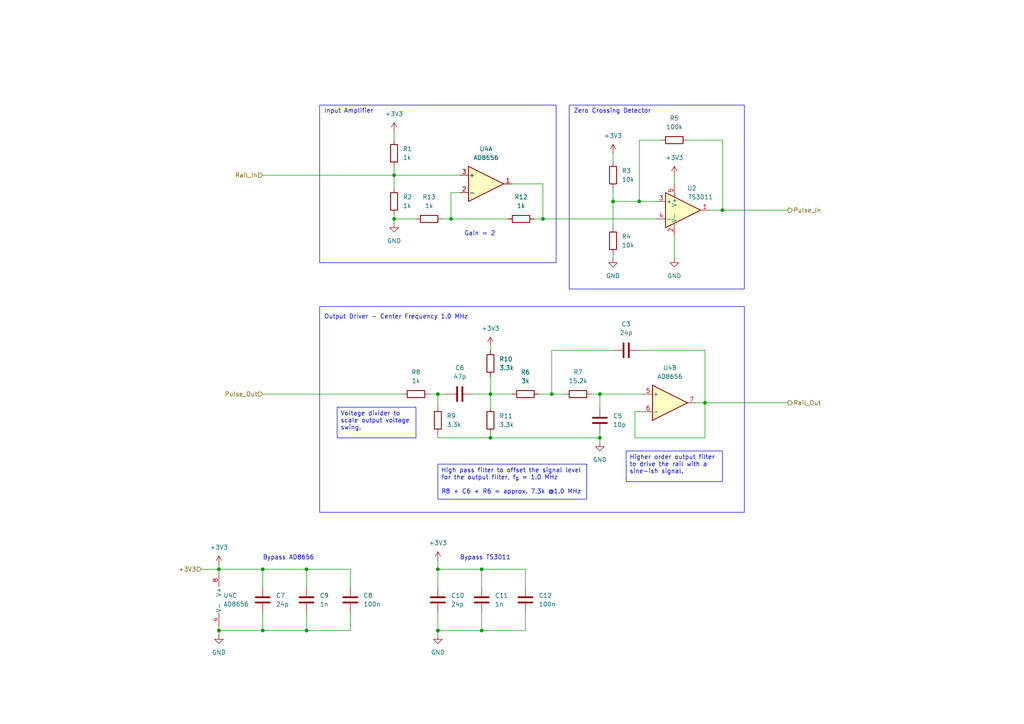
<source format=kicad_sch>
(kicad_sch (version 20230121) (generator eeschema)
  (paper "A4")
  (title_block (title "Front End") (rev "A") (company "Sebastian Oberschwendtner") (comment 1 "OTP-24 oTrain Control - Rail Transceiver") (comment 2 "www.github.com/SebastianOberschwendtner/OTP24-oTrainControl"))
  (lib_symbols
    (symbol "Amplifier_Operational:AD8656" (pin_names (offset 0.127))
      (property "Reference" "U" (at 0 5.08 0))
      (property "Value" "AD8656" (at 0 -5.08 0))
      (symbol "AD8656_1_1"
        (polyline (pts (xy -5.08 5.08) (xy 5.08 0) (xy -5.08 -5.08) (xy -5.08 5.08)) (stroke (width 0.254)) (fill (type background)))
        (pin output line (at 7.62 0 180) (length 2.54) (name "~") (number "1"))
        (pin input line (at -7.62 -2.54 0) (length 2.54) (name "-") (number "2"))
        (pin input line (at -7.62 2.54 0) (length 2.54) (name "+") (number "3"))
      )
      (symbol "AD8656_2_1"
        (polyline (pts (xy -5.08 5.08) (xy 5.08 0) (xy -5.08 -5.08) (xy -5.08 5.08)) (stroke (width 0.254)) (fill (type background)))
        (pin input line (at -7.62 2.54 0) (length 2.54) (name "+") (number "5"))
        (pin input line (at -7.62 -2.54 0) (length 2.54) (name "-") (number "6"))
        (pin output line (at 7.62 0 180) (length 2.54) (name "~") (number "7"))
      )
      (symbol "AD8656_3_1"
        (pin power_in line (at -2.54 -7.62 90) (length 3.81) (name "V-") (number "4"))
        (pin power_in line (at -2.54 7.62 270) (length 3.81) (name "V+") (number "8"))
      )
    )
    (symbol "Device:C" (pin_numbers hide) (pin_names (offset 0.254))
      (property "Reference" "C" (at 0.635 2.54 0))
      (property "Value" "C" (at 0.635 -2.54 0))
      (symbol "C_0_1"
        (polyline (pts (xy -2.032 -0.762) (xy 2.032 -0.762)) (stroke (width 0.508)))
        (polyline (pts (xy -2.032 0.762) (xy 2.032 0.762)) (stroke (width 0.508)))
      )
      (symbol "C_1_1"
        (pin passive line (at 0 3.81 270) (length 2.794) (name "~") (number "1"))
        (pin passive line (at 0 -3.81 90) (length 2.794) (name "~") (number "2"))
      )
    )
    (symbol "Device:R" (pin_numbers hide) (pin_names (offset 0))
      (property "Reference" "R" (at 2.032 0 90))
      (property "Value" "R" (at 0 0 90))
      (symbol "R_0_1"
        (rectangle (start -1.016 -2.54) (end 1.016 2.54) (stroke (width 0.254)))
      )
      (symbol "R_1_1"
        (pin passive line (at 0 3.81 270) (length 1.27) (name "~") (number "1"))
        (pin passive line (at 0 -3.81 90) (length 1.27) (name "~") (number "2"))
      )
    )
    (symbol "power:+3V3" (power) (pin_names (offset 0))
      (property "Value" "+3V3" (at 0 3.556 0))
      (symbol "+3V3_0_1"
        (polyline (pts (xy -0.762 1.27) (xy 0 2.54)))
        (polyline (pts (xy 0 0) (xy 0 2.54)))
        (polyline (pts (xy 0 2.54) (xy 0.762 1.27)))
      )
      (symbol "+3V3_1_1"
        (pin power_in line (at 0 0 90) (length 0) hide (name "+3V3") (number "1"))
      )
    )
    (symbol "power:GND" (power) (pin_names (offset 0))
      (property "Value" "GND" (at 0 -3.81 0))
      (symbol "GND_0_1"
        (polyline (pts (xy 0 0) (xy 0 -1.27) (xy 1.27 -1.27) (xy 0 -2.54) (xy -1.27 -1.27) (xy 0 -1.27)))
      )
      (symbol "GND_1_1"
        (pin power_in line (at 0 0 270) (length 0) hide (name "GND") (number "1"))
      )
    )
    (symbol "rail_transceiver_custom:TS3011" (pin_names (offset 0.127))
      (property "Reference" "U" (at 1.27 5.08 0))
      (property "Value" "TS3011" (at 3.81 -5.08 0))
      (symbol "TS3011_0_1"
        (polyline (pts (xy -5.08 5.08) (xy 5.08 0) (xy -5.08 -5.08) (xy -5.08 5.08)) (stroke (width 0.254)) (fill (type background)))
      )
      (symbol "TS3011_1_1"
        (pin output line (at 7.62 0 180) (length 2.54) (name "~") (number "1"))
        (pin power_in line (at -2.54 -7.62 90) (length 3.81) (name "V-") (number "2"))
        (pin input line (at -7.62 2.54 0) (length 2.54) (name "+") (number "3"))
        (pin input line (at -7.62 -2.54 0) (length 2.54) (name "-") (number "4"))
        (pin power_in line (at -2.54 7.62 270) (length 3.81) (name "V+") (number "5"))
      )
    )
  )
  (junction (at 88.9 182.88))
  (junction (at 114.3 50.8))
  (junction (at 209.55 60.96))
  (junction (at 127 165.1))
  (junction (at 127 182.88))
  (junction (at 130.81 63.5))
  (junction (at 127 114.3))
  (junction (at 142.24 114.3))
  (junction (at 177.8 58.42))
  (junction (at 76.2 165.1))
  (junction (at 139.7 165.1))
  (junction (at 173.99 114.3))
  (junction (at 114.3 63.5))
  (junction (at 88.9 165.1))
  (junction (at 63.5 165.1))
  (junction (at 76.2 182.88))
  (junction (at 139.7 182.88))
  (junction (at 185.42 58.42))
  (junction (at 160.02 114.3))
  (junction (at 173.99 127))
  (junction (at 157.48 63.5))
  (junction (at 204.47 116.84))
  (junction (at 142.24 127))
  (junction (at 63.5 182.88))
  (wire (pts (xy 130.81 63.5) (xy 147.32 63.5)))
  (wire (pts (xy 58.42 165.1) (xy 63.5 165.1)))
  (wire (pts (xy 185.42 40.64) (xy 185.42 58.42)))
  (wire (pts (xy 209.55 40.64) (xy 209.55 60.96)))
  (wire (pts (xy 114.3 63.5) (xy 114.3 64.77)))
  (wire (pts (xy 152.4 170.18) (xy 152.4 165.1)))
  (wire (pts (xy 63.5 165.1) (xy 63.5 166.37)))
  (wire (pts (xy 127 177.8) (xy 127 182.88)))
  (wire (pts (xy 186.69 119.38) (xy 184.15 119.38)))
  (wire (pts (xy 157.48 63.5) (xy 190.5 63.5)))
  (wire (pts (xy 137.16 114.3) (xy 142.24 114.3)))
  (wire (pts (xy 142.24 125.73) (xy 142.24 127)))
  (wire (pts (xy 76.2 165.1) (xy 88.9 165.1)))
  (wire (pts (xy 76.2 177.8) (xy 76.2 182.88)))
  (wire (pts (xy 76.2 114.3) (xy 116.84 114.3)))
  (wire (pts (xy 130.81 55.88) (xy 133.35 55.88)))
  (wire (pts (xy 156.21 114.3) (xy 160.02 114.3)))
  (wire (pts (xy 185.42 40.64) (xy 191.77 40.64)))
  (wire (pts (xy 128.27 63.5) (xy 130.81 63.5)))
  (wire (pts (xy 76.2 165.1) (xy 63.5 165.1)))
  (wire (pts (xy 184.15 119.38) (xy 184.15 127)))
  (wire (pts (xy 139.7 165.1) (xy 139.7 170.18)))
  (wire (pts (xy 209.55 60.96) (xy 228.6 60.96)))
  (wire (pts (xy 76.2 182.88) (xy 88.9 182.88)))
  (wire (pts (xy 142.24 114.3) (xy 142.24 118.11)))
  (wire (pts (xy 177.8 58.42) (xy 185.42 58.42)))
  (wire (pts (xy 63.5 163.83) (xy 63.5 165.1)))
  (wire (pts (xy 114.3 63.5) (xy 120.65 63.5)))
  (wire (pts (xy 76.2 50.8) (xy 114.3 50.8)))
  (wire (pts (xy 195.58 50.8) (xy 195.58 53.34)))
  (wire (pts (xy 152.4 165.1) (xy 139.7 165.1)))
  (wire (pts (xy 160.02 101.6) (xy 160.02 114.3)))
  (wire (pts (xy 114.3 38.1) (xy 114.3 40.64)))
  (wire (pts (xy 101.6 165.1) (xy 88.9 165.1)))
  (wire (pts (xy 204.47 127) (xy 204.47 116.84)))
  (wire (pts (xy 127 182.88) (xy 127 184.15)))
  (wire (pts (xy 130.81 55.88) (xy 130.81 63.5)))
  (wire (pts (xy 177.8 101.6) (xy 160.02 101.6)))
  (wire (pts (xy 177.8 58.42) (xy 177.8 66.04)))
  (wire (pts (xy 157.48 53.34) (xy 157.48 63.5)))
  (wire (pts (xy 101.6 177.8) (xy 101.6 182.88)))
  (wire (pts (xy 177.8 44.45) (xy 177.8 46.99)))
  (wire (pts (xy 204.47 116.84) (xy 228.6 116.84)))
  (wire (pts (xy 139.7 165.1) (xy 127 165.1)))
  (wire (pts (xy 199.39 40.64) (xy 209.55 40.64)))
  (wire (pts (xy 127 162.56) (xy 127 165.1)))
  (wire (pts (xy 63.5 182.88) (xy 63.5 184.15)))
  (wire (pts (xy 152.4 177.8) (xy 152.4 182.88)))
  (wire (pts (xy 177.8 73.66) (xy 177.8 74.93)))
  (wire (pts (xy 184.15 127) (xy 204.47 127)))
  (wire (pts (xy 204.47 116.84) (xy 201.93 116.84)))
  (wire (pts (xy 154.94 63.5) (xy 157.48 63.5)))
  (wire (pts (xy 171.45 114.3) (xy 173.99 114.3)))
  (wire (pts (xy 139.7 177.8) (xy 139.7 182.88)))
  (wire (pts (xy 88.9 182.88) (xy 101.6 182.88)))
  (wire (pts (xy 142.24 127) (xy 173.99 127)))
  (wire (pts (xy 101.6 170.18) (xy 101.6 165.1)))
  (wire (pts (xy 142.24 100.33) (xy 142.24 101.6)))
  (wire (pts (xy 114.3 48.26) (xy 114.3 50.8)))
  (wire (pts (xy 127 114.3) (xy 129.54 114.3)))
  (wire (pts (xy 173.99 125.73) (xy 173.99 127)))
  (wire (pts (xy 152.4 182.88) (xy 139.7 182.88)))
  (wire (pts (xy 114.3 62.23) (xy 114.3 63.5)))
  (wire (pts (xy 185.42 101.6) (xy 204.47 101.6)))
  (wire (pts (xy 173.99 114.3) (xy 186.69 114.3)))
  (wire (pts (xy 127 165.1) (xy 127 170.18)))
  (wire (pts (xy 76.2 182.88) (xy 63.5 182.88)))
  (wire (pts (xy 205.74 60.96) (xy 209.55 60.96)))
  (wire (pts (xy 139.7 182.88) (xy 127 182.88)))
  (wire (pts (xy 124.46 114.3) (xy 127 114.3)))
  (wire (pts (xy 173.99 114.3) (xy 173.99 118.11)))
  (wire (pts (xy 142.24 114.3) (xy 148.59 114.3)))
  (wire (pts (xy 142.24 109.22) (xy 142.24 114.3)))
  (wire (pts (xy 127 125.73) (xy 127 127)))
  (wire (pts (xy 114.3 50.8) (xy 114.3 54.61)))
  (wire (pts (xy 204.47 101.6) (xy 204.47 116.84)))
  (wire (pts (xy 88.9 165.1) (xy 88.9 170.18)))
  (wire (pts (xy 63.5 181.61) (xy 63.5 182.88)))
  (wire (pts (xy 160.02 114.3) (xy 163.83 114.3)))
  (wire (pts (xy 76.2 170.18) (xy 76.2 165.1)))
  (wire (pts (xy 157.48 53.34) (xy 148.59 53.34)))
  (wire (pts (xy 127 114.3) (xy 127 118.11)))
  (wire (pts (xy 88.9 177.8) (xy 88.9 182.88)))
  (wire (pts (xy 114.3 50.8) (xy 133.35 50.8)))
  (wire (pts (xy 177.8 54.61) (xy 177.8 58.42)))
  (wire (pts (xy 173.99 127) (xy 173.99 128.27)))
  (wire (pts (xy 127 127) (xy 142.24 127)))
  (wire (pts (xy 185.42 58.42) (xy 190.5 58.42)))
  (wire (pts (xy 195.58 68.58) (xy 195.58 74.93)))
  (rectangle (start 92.71 30.48) (end 161.29 76.2))
  (rectangle (start 165.1 30.48) (end 215.9 83.82))
  (rectangle (start 92.71 88.9) (end 215.9 148.59))
  (text_box "High pass filter to offset the signal level for the output filter, f_{g} = 1.0 MHz\n\nR8 + C6 + R6 = approx. 7.3k @1.0 MHz" (at 127 134.62 0) (size 43.18 10.16) (effects (font (size 1.27 1.27)) (justify left top)))
  (text_box "Voltage divider to scale output voltage swing." (at 97.79 118.11 0) (size 22.86 8.89) (effects (font (size 1.27 1.27)) (justify left top)))
  (text_box "Higher order output filter to drive the rail with a sine-ish signal." (at 181.61 130.81 0) (size 27.94 8.89) (effects (font (size 1.27 1.27)) (justify left top)))
  (text "Gain = 2" (at 134.62 68.58 0) (effects (font (size 1.27 1.27)) (justify left bottom)))
  (text "Output Driver - Center Frequency 1.0 MHz" (at 93.98 92.71 0) (effects (font (size 1.27 1.27)) (justify left bottom)))
  (text "Bypass AD8656" (at 76.2 162.56 0) (effects (font (size 1.27 1.27)) (justify left bottom)))
  (text "Bypass TS3011" (at 133.35 162.56 0) (effects (font (size 1.27 1.27)) (justify left bottom)))
  (text "Input Amplifier" (at 93.98 33.02 0) (effects (font (size 1.27 1.27)) (justify left bottom)))
  (text "Zero Crossing Detector" (at 166.37 33.02 0) (effects (font (size 1.27 1.27)) (justify left bottom)))
  (hierarchical_label "Pulse_In" (shape output) (at 228.6 60.96 0))
  (hierarchical_label "Rail_In" (shape input) (at 76.2 50.8 180))
  (hierarchical_label "Rail_Out" (shape output) (at 228.6 116.84 0))
  (hierarchical_label "+3V3" (shape input) (at 58.42 165.1 180))
  (hierarchical_label "Pulse_Out" (shape input) (at 76.2 114.3 180))
  (symbol (lib_id "Device:R") (at 127 121.92 180) (unit 1)
    (property "Reference" "R9" (at 129.54 120.65 0) (effects (justify right)))
    (property "Value" "3.3k" (at 129.54 123.19 0) (effects (justify right)))
    (property "Footprint" "Resistor_SMD:R_0805_2012Metric_Pad1.20x1.40mm_HandSolder" (effects hide))
  )
  (symbol (lib_id "Device:R") (at 167.64 114.3 90) (unit 1)
    (property "Reference" "R7" (at 167.64 107.95 90))
    (property "Value" "15.2k" (at 167.64 110.49 90))
    (property "Footprint" "Resistor_SMD:R_0805_2012Metric_Pad1.20x1.40mm_HandSolder" (effects hide))
  )
  (symbol (lib_id "Device:R") (at 177.8 69.85 0) (unit 1)
    (property "Reference" "R4" (at 180.34 68.58 0) (effects (justify left)))
    (property "Value" "10k" (at 180.34 71.12 0) (effects (justify left)))
    (property "Footprint" "Resistor_SMD:R_0805_2012Metric_Pad1.20x1.40mm_HandSolder" (effects hide))
  )
  (symbol (lib_id "Device:C") (at 139.7 173.99 180) (unit 1)
    (property "Reference" "C11" (at 143.51 172.72 0) (effects (justify right)))
    (property "Value" "1n" (at 143.51 175.26 0) (effects (justify right)))
    (property "Footprint" "Capacitor_SMD:C_0805_2012Metric_Pad1.18x1.45mm_HandSolder" (effects hide))
  )
  (symbol (lib_id "power:+3V3") (at 63.5 163.83 0) (unit 1)
    (property "Reference" "#PWR012" (effects hide))
    (property "Value" "+3V3" (at 63.5 158.75 0))
  )
  (symbol (lib_id "power:GND") (at 114.3 64.77 0) (unit 1)
    (property "Reference" "#PWR017" (effects hide))
    (property "Value" "GND" (at 114.3 69.85 0))
  )
  (symbol (lib_id "Device:R") (at 151.13 63.5 270) (unit 1)
    (property "Reference" "R12" (at 151.13 57.15 90))
    (property "Value" "1k" (at 151.13 59.69 90))
    (property "Footprint" "Resistor_SMD:R_0805_2012Metric_Pad1.20x1.40mm_HandSolder" (effects hide))
  )
  (symbol (lib_id "Device:C") (at 133.35 114.3 270) (unit 1)
    (property "Reference" "C6" (at 133.35 106.68 90))
    (property "Value" "47p" (at 133.35 109.22 90))
    (property "Footprint" "Capacitor_SMD:C_0805_2012Metric_Pad1.18x1.45mm_HandSolder" (effects hide))
  )
  (symbol (lib_id "Device:R") (at 142.24 105.41 180) (unit 1)
    (property "Reference" "R10" (at 144.78 104.14 0) (effects (justify right)))
    (property "Value" "3.3k" (at 144.78 106.68 0) (effects (justify right)))
    (property "Footprint" "Resistor_SMD:R_0805_2012Metric_Pad1.20x1.40mm_HandSolder" (effects hide))
  )
  (symbol (lib_id "Amplifier_Operational:AD8656") (at 194.31 116.84 0) (unit 2)
    (property "Reference" "U4" (at 194.31 106.68 0))
    (property "Value" "AD8656" (at 194.31 109.22 0))
    (property "Footprint" "Package_SO:MSOP-8_3x3mm_P0.65mm" (effects hide))
    (property "Datasheet" "https://www.analog.com/media/en/technical-documentation/data-sheets/ad8655_8656.pdf" (effects hide))
  )
  (symbol (lib_id "Device:R") (at 177.8 50.8 0) (unit 1)
    (property "Reference" "R3" (at 180.34 49.53 0) (effects (justify left)))
    (property "Value" "10k" (at 180.34 52.07 0) (effects (justify left)))
    (property "Footprint" "Resistor_SMD:R_0805_2012Metric_Pad1.20x1.40mm_HandSolder" (effects hide))
  )
  (symbol (lib_id "Device:R") (at 114.3 44.45 0) (unit 1)
    (property "Reference" "R1" (at 116.84 43.18 0) (effects (justify left)))
    (property "Value" "1k" (at 116.84 45.72 0) (effects (justify left)))
    (property "Footprint" "Resistor_SMD:R_0805_2012Metric_Pad1.20x1.40mm_HandSolder" (effects hide))
  )
  (symbol (lib_id "Amplifier_Operational:AD8656") (at 140.97 53.34 0) (unit 1)
    (property "Reference" "U4" (at 140.97 43.18 0))
    (property "Value" "AD8656" (at 140.97 45.72 0))
    (property "Footprint" "Package_SO:MSOP-8_3x3mm_P0.65mm" (effects hide))
    (property "Datasheet" "https://www.analog.com/media/en/technical-documentation/data-sheets/ad8655_8656.pdf" (effects hide))
  )
  (symbol (lib_id "power:GND") (at 63.5 184.15 0) (unit 1)
    (property "Reference" "#PWR011" (effects hide))
    (property "Value" "GND" (at 63.5 189.23 0))
  )
  (symbol (lib_id "Device:C") (at 181.61 101.6 90) (unit 1)
    (property "Reference" "C3" (at 181.61 93.98 90))
    (property "Value" "24p" (at 181.61 96.52 90))
    (property "Footprint" "Capacitor_SMD:C_0805_2012Metric_Pad1.18x1.45mm_HandSolder" (effects hide))
  )
  (symbol (lib_id "Device:R") (at 120.65 114.3 90) (unit 1)
    (property "Reference" "R8" (at 120.65 107.95 90))
    (property "Value" "1k" (at 120.65 110.49 90))
    (property "Footprint" "Resistor_SMD:R_0805_2012Metric_Pad1.20x1.40mm_HandSolder" (effects hide))
  )
  (symbol (lib_id "power:+3V3") (at 114.3 38.1 0) (unit 1)
    (property "Reference" "#PWR016" (effects hide))
    (property "Value" "+3V3" (at 114.3 33.02 0))
  )
  (symbol (lib_id "Device:C") (at 76.2 173.99 180) (unit 1)
    (property "Reference" "C7" (at 80.01 172.72 0) (effects (justify right)))
    (property "Value" "24p" (at 80.01 175.26 0) (effects (justify right)))
    (property "Footprint" "Capacitor_SMD:C_0805_2012Metric_Pad1.18x1.45mm_HandSolder" (effects hide))
  )
  (symbol (lib_id "power:GND") (at 173.99 128.27 0) (unit 1)
    (property "Reference" "#PWR010" (effects hide))
    (property "Value" "GND" (at 173.99 133.35 0))
  )
  (symbol (lib_id "power:GND") (at 195.58 74.93 0) (unit 1)
    (property "Reference" "#PWR08" (effects hide))
    (property "Value" "GND" (at 195.58 80.01 0))
  )
  (symbol (lib_id "Device:R") (at 195.58 40.64 90) (unit 1)
    (property "Reference" "R5" (at 195.58 34.29 90))
    (property "Value" "100k" (at 195.58 36.83 90))
    (property "Footprint" "Resistor_SMD:R_0805_2012Metric_Pad1.20x1.40mm_HandSolder" (effects hide))
  )
  (symbol (lib_id "power:+3V3") (at 142.24 100.33 0) (unit 1)
    (property "Reference" "#PWR09" (effects hide))
    (property "Value" "+3V3" (at 142.24 95.25 0))
  )
  (symbol (lib_id "power:+3V3") (at 127 162.56 0) (unit 1)
    (property "Reference" "#PWR018" (effects hide))
    (property "Value" "+3V3" (at 127 157.48 0))
  )
  (symbol (lib_id "Device:R") (at 152.4 114.3 90) (unit 1)
    (property "Reference" "R6" (at 152.4 107.95 90))
    (property "Value" "3k" (at 152.4 110.49 90))
    (property "Footprint" "Resistor_SMD:R_0805_2012Metric_Pad1.20x1.40mm_HandSolder" (effects hide))
  )
  (symbol (lib_id "Device:R") (at 124.46 63.5 90) (unit 1)
    (property "Reference" "R13" (at 124.46 57.15 90))
    (property "Value" "1k" (at 124.46 59.69 90))
    (property "Footprint" "Resistor_SMD:R_0805_2012Metric_Pad1.20x1.40mm_HandSolder" (effects hide))
  )
  (symbol (lib_id "power:+3V3") (at 177.8 44.45 0) (unit 1)
    (property "Reference" "#PWR013" (effects hide))
    (property "Value" "+3V3" (at 177.8 39.37 0))
  )
  (symbol (lib_id "rail_transceiver_custom:TS3011") (at 198.12 60.96 0) (unit 1)
    (property "Reference" "U2" (at 200.66 54.61 0))
    (property "Value" "TS3011" (at 203.2 57.15 0))
    (property "Footprint" "Package_TO_SOT_SMD:SOT-23-5_HandSoldering" (effects hide))
    (property "Datasheet" "https://www.st.com/resource/en/datasheet/ts3011.pdf" (effects hide))
  )
  (symbol (lib_id "Device:C") (at 152.4 173.99 180) (unit 1)
    (property "Reference" "C12" (at 156.21 172.72 0) (effects (justify right)))
    (property "Value" "100n" (at 156.21 175.26 0) (effects (justify right)))
    (property "Footprint" "Capacitor_SMD:C_0805_2012Metric_Pad1.18x1.45mm_HandSolder" (effects hide))
  )
  (symbol (lib_id "Device:R") (at 142.24 121.92 180) (unit 1)
    (property "Reference" "R11" (at 144.78 120.65 0) (effects (justify right)))
    (property "Value" "3.3k" (at 144.78 123.19 0) (effects (justify right)))
    (property "Footprint" "Resistor_SMD:R_0805_2012Metric_Pad1.20x1.40mm_HandSolder" (effects hide))
  )
  (symbol (lib_id "power:GND") (at 177.8 74.93 0) (unit 1)
    (property "Reference" "#PWR014" (effects hide))
    (property "Value" "GND" (at 177.8 80.01 0))
  )
  (symbol (lib_id "Device:C") (at 101.6 173.99 180) (unit 1)
    (property "Reference" "C8" (at 105.41 172.72 0) (effects (justify right)))
    (property "Value" "100n" (at 105.41 175.26 0) (effects (justify right)))
    (property "Footprint" "Capacitor_SMD:C_0805_2012Metric_Pad1.18x1.45mm_HandSolder" (effects hide))
  )
  (symbol (lib_id "Device:C") (at 173.99 121.92 180) (unit 1)
    (property "Reference" "C5" (at 177.8 120.65 0) (effects (justify right)))
    (property "Value" "10p" (at 177.8 123.19 0) (effects (justify right)))
    (property "Footprint" "Capacitor_SMD:C_0805_2012Metric_Pad1.18x1.45mm_HandSolder" (effects hide))
  )
  (symbol (lib_id "Amplifier_Operational:AD8656") (at 66.04 173.99 0) (unit 3)
    (property "Reference" "U4" (at 64.77 172.72 0) (effects (justify left)))
    (property "Value" "AD8656" (at 64.77 175.26 0) (effects (justify left)))
    (property "Footprint" "Package_SO:MSOP-8_3x3mm_P0.65mm" (effects hide))
    (property "Datasheet" "https://www.analog.com/media/en/technical-documentation/data-sheets/ad8655_8656.pdf" (effects hide))
  )
  (symbol (lib_id "Device:C") (at 88.9 173.99 180) (unit 1)
    (property "Reference" "C9" (at 92.71 172.72 0) (effects (justify right)))
    (property "Value" "1n" (at 92.71 175.26 0) (effects (justify right)))
    (property "Footprint" "Capacitor_SMD:C_0805_2012Metric_Pad1.18x1.45mm_HandSolder" (effects hide))
  )
  (symbol (lib_id "Device:C") (at 127 173.99 180) (unit 1)
    (property "Reference" "C10" (at 130.81 172.72 0) (effects (justify right)))
    (property "Value" "24p" (at 130.81 175.26 0) (effects (justify right)))
    (property "Footprint" "Capacitor_SMD:C_0805_2012Metric_Pad1.18x1.45mm_HandSolder" (effects hide))
  )
  (symbol (lib_id "Device:R") (at 114.3 58.42 0) (unit 1)
    (property "Reference" "R2" (at 116.84 57.15 0) (effects (justify left)))
    (property "Value" "1k" (at 116.84 59.69 0) (effects (justify left)))
    (property "Footprint" "Resistor_SMD:R_0805_2012Metric_Pad1.20x1.40mm_HandSolder" (effects hide))
  )
  (symbol (lib_id "power:GND") (at 127 184.15 0) (unit 1)
    (property "Reference" "#PWR015" (effects hide))
    (property "Value" "GND" (at 127 189.23 0))
  )
  (symbol (lib_id "power:+3V3") (at 195.58 50.8 0) (unit 1)
    (property "Reference" "#PWR07" (effects hide))
    (property "Value" "+3V3" (at 195.58 45.72 0))
  )
)
</source>
